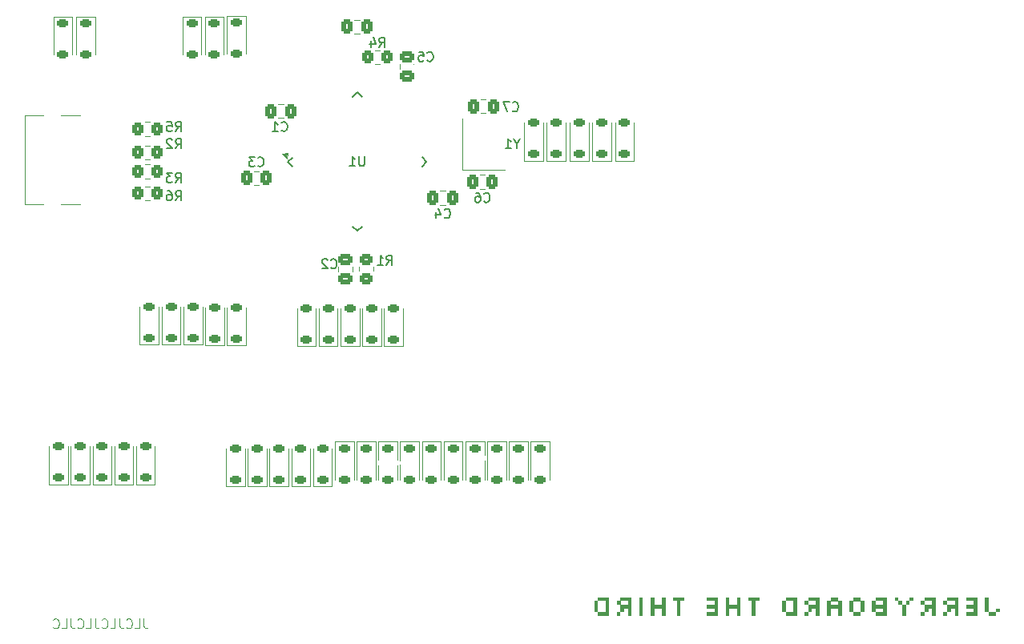
<source format=gbo>
G04 #@! TF.GenerationSoftware,KiCad,Pcbnew,8.0.9-8.0.9-0~ubuntu22.04.1*
G04 #@! TF.CreationDate,2025-05-22T00:01:40+08:00*
G04 #@! TF.ProjectId,macropad,6d616372-6f70-4616-942e-6b696361645f,rev?*
G04 #@! TF.SameCoordinates,Original*
G04 #@! TF.FileFunction,Legend,Bot*
G04 #@! TF.FilePolarity,Positive*
%FSLAX46Y46*%
G04 Gerber Fmt 4.6, Leading zero omitted, Abs format (unit mm)*
G04 Created by KiCad (PCBNEW 8.0.9-8.0.9-0~ubuntu22.04.1) date 2025-05-22 00:01:40*
%MOMM*%
%LPD*%
G01*
G04 APERTURE LIST*
G04 Aperture macros list*
%AMRoundRect*
0 Rectangle with rounded corners*
0 $1 Rounding radius*
0 $2 $3 $4 $5 $6 $7 $8 $9 X,Y pos of 4 corners*
0 Add a 4 corners polygon primitive as box body*
4,1,4,$2,$3,$4,$5,$6,$7,$8,$9,$2,$3,0*
0 Add four circle primitives for the rounded corners*
1,1,$1+$1,$2,$3*
1,1,$1+$1,$4,$5*
1,1,$1+$1,$6,$7*
1,1,$1+$1,$8,$9*
0 Add four rect primitives between the rounded corners*
20,1,$1+$1,$2,$3,$4,$5,0*
20,1,$1+$1,$4,$5,$6,$7,0*
20,1,$1+$1,$6,$7,$8,$9,0*
20,1,$1+$1,$8,$9,$2,$3,0*%
%AMRotRect*
0 Rectangle, with rotation*
0 The origin of the aperture is its center*
0 $1 length*
0 $2 width*
0 $3 Rotation angle, in degrees counterclockwise*
0 Add horizontal line*
21,1,$1,$2,0,0,$3*%
G04 Aperture macros list end*
%ADD10C,0.000000*%
%ADD11C,0.100000*%
%ADD12C,0.150000*%
%ADD13C,0.120000*%
%ADD14C,1.900000*%
%ADD15C,3.450000*%
%ADD16C,2.200000*%
%ADD17C,2.700000*%
%ADD18RoundRect,0.225000X0.375000X-0.225000X0.375000X0.225000X-0.375000X0.225000X-0.375000X-0.225000X0*%
%ADD19RoundRect,0.250000X-0.337500X-0.475000X0.337500X-0.475000X0.337500X0.475000X-0.337500X0.475000X0*%
%ADD20RoundRect,0.225000X-0.375000X0.225000X-0.375000X-0.225000X0.375000X-0.225000X0.375000X0.225000X0*%
%ADD21RoundRect,0.250000X-0.350000X-0.450000X0.350000X-0.450000X0.350000X0.450000X-0.350000X0.450000X0*%
%ADD22RoundRect,0.250000X0.350000X0.450000X-0.350000X0.450000X-0.350000X-0.450000X0.350000X-0.450000X0*%
%ADD23RoundRect,0.250000X0.337500X0.475000X-0.337500X0.475000X-0.337500X-0.475000X0.337500X-0.475000X0*%
%ADD24RoundRect,0.250000X0.475000X-0.337500X0.475000X0.337500X-0.475000X0.337500X-0.475000X-0.337500X0*%
%ADD25RoundRect,0.250000X-0.475000X0.337500X-0.475000X-0.337500X0.475000X-0.337500X0.475000X0.337500X0*%
%ADD26R,1.800000X2.100000*%
%ADD27RoundRect,0.250000X-0.450000X0.350000X-0.450000X-0.350000X0.450000X-0.350000X0.450000X0.350000X0*%
%ADD28C,0.650000*%
%ADD29R,1.450000X0.600000*%
%ADD30R,1.450000X0.300000*%
%ADD31O,1.600000X1.000000*%
%ADD32O,2.100000X1.000000*%
%ADD33RotRect,1.500000X0.550000X315.000000*%
%ADD34RotRect,1.500000X0.550000X225.000000*%
%ADD35C,0.600000*%
G04 APERTURE END LIST*
D10*
G36*
X143850000Y-120600000D02*
G01*
X143453125Y-120600000D01*
X143453125Y-120203125D01*
X143850000Y-120203125D01*
X143850000Y-120600000D01*
G37*
G36*
X145437500Y-120600000D02*
G01*
X145040625Y-120600000D01*
X145040625Y-120203125D01*
X145437500Y-120203125D01*
X145437500Y-120600000D01*
G37*
G36*
X144246875Y-120996875D02*
G01*
X143850000Y-120996875D01*
X143850000Y-120600000D01*
X144246875Y-120600000D01*
X144246875Y-120996875D01*
G37*
G36*
X145040625Y-120996875D02*
G01*
X144643750Y-120996875D01*
X144643750Y-120600000D01*
X145040625Y-120600000D01*
X145040625Y-120996875D01*
G37*
G36*
X153374999Y-121790625D02*
G01*
X152978124Y-121790625D01*
X152978124Y-120203125D01*
X153374999Y-120203125D01*
X153374999Y-121790625D01*
G37*
G36*
X154565624Y-121790625D02*
G01*
X154168749Y-121790625D01*
X154168749Y-121393750D01*
X154565624Y-121393750D01*
X154565624Y-121790625D01*
G37*
G36*
X113290628Y-122187500D02*
G01*
X112100000Y-122187500D01*
X112100000Y-121790625D01*
X111703127Y-121790625D01*
X111703127Y-120600000D01*
X112100000Y-120600000D01*
X112115877Y-120600000D01*
X112115877Y-121790625D01*
X112893751Y-121790625D01*
X112893751Y-120600000D01*
X112115877Y-120600000D01*
X112100000Y-120600000D01*
X112100000Y-120203125D01*
X113290628Y-120203125D01*
X113290628Y-121790625D01*
X113290628Y-122187500D01*
G37*
G36*
X114481253Y-122187500D02*
G01*
X114084375Y-122187500D01*
X114084375Y-121790625D01*
X114481253Y-121790625D01*
X114481253Y-122187500D01*
G37*
G36*
X115671877Y-122187500D02*
G01*
X115275000Y-122187500D01*
X115275000Y-121393750D01*
X114878126Y-121393750D01*
X114878126Y-121790625D01*
X114481253Y-121790625D01*
X114481253Y-120996875D01*
X114084375Y-120996875D01*
X114084375Y-120600000D01*
X114481253Y-120600000D01*
X114497126Y-120600000D01*
X114497126Y-120996875D01*
X115275000Y-120996875D01*
X115275000Y-120600000D01*
X114497126Y-120600000D01*
X114481253Y-120600000D01*
X114481253Y-120203125D01*
X115671877Y-120203125D01*
X115671877Y-120996875D01*
X115671877Y-122187500D01*
G37*
G36*
X116862501Y-122187500D02*
G01*
X116465628Y-122187500D01*
X116465628Y-120203125D01*
X116862501Y-120203125D01*
X116862501Y-122187500D01*
G37*
G36*
X118053125Y-120996875D02*
G01*
X118846876Y-120996875D01*
X118846876Y-120203125D01*
X119243750Y-120203125D01*
X119243750Y-122187500D01*
X118846876Y-122187500D01*
X118846876Y-121393750D01*
X118053125Y-121393750D01*
X118053125Y-122187500D01*
X117656252Y-122187500D01*
X117656252Y-120203125D01*
X118053125Y-120203125D01*
X118053125Y-120996875D01*
G37*
G36*
X121228125Y-120600000D02*
G01*
X120831251Y-120600000D01*
X120831251Y-122187500D01*
X120434378Y-122187500D01*
X120434378Y-120600000D01*
X120037500Y-120600000D01*
X120037500Y-120203125D01*
X121228125Y-120203125D01*
X121228125Y-120600000D01*
G37*
G36*
X124800001Y-122187500D02*
G01*
X123609377Y-122187500D01*
X123609377Y-121790625D01*
X124403126Y-121790625D01*
X124403126Y-121393750D01*
X123609377Y-121393750D01*
X123609377Y-120996875D01*
X124403126Y-120996875D01*
X124403126Y-120600000D01*
X123609377Y-120600000D01*
X123609377Y-120203125D01*
X124800001Y-120203125D01*
X124800001Y-122187500D01*
G37*
G36*
X125990625Y-120996875D02*
G01*
X126784376Y-120996875D01*
X126784376Y-120203125D01*
X127181252Y-120203125D01*
X127181252Y-122187500D01*
X126784376Y-122187500D01*
X126784376Y-121393750D01*
X125990625Y-121393750D01*
X125990625Y-122187500D01*
X125593750Y-122187500D01*
X125593750Y-120203125D01*
X125990625Y-120203125D01*
X125990625Y-120996875D01*
G37*
G36*
X129165627Y-120600000D02*
G01*
X128768751Y-120600000D01*
X128768751Y-122187500D01*
X128371876Y-122187500D01*
X128371876Y-120600000D01*
X127975000Y-120600000D01*
X127975000Y-120203125D01*
X129165627Y-120203125D01*
X129165627Y-120600000D01*
G37*
G36*
X133134375Y-122187500D02*
G01*
X131943750Y-122187500D01*
X131943750Y-121790625D01*
X131546875Y-121790625D01*
X131546875Y-120600000D01*
X131943750Y-120600000D01*
X131959625Y-120600000D01*
X131959625Y-121790625D01*
X132737501Y-121790625D01*
X132737501Y-120600000D01*
X131959625Y-120600000D01*
X131943750Y-120600000D01*
X131943750Y-120203125D01*
X133134375Y-120203125D01*
X133134375Y-121790625D01*
X133134375Y-122187500D01*
G37*
G36*
X134325001Y-122187500D02*
G01*
X133928125Y-122187500D01*
X133928125Y-121790625D01*
X134325001Y-121790625D01*
X134325001Y-122187500D01*
G37*
G36*
X135515625Y-122187500D02*
G01*
X135118750Y-122187500D01*
X135118750Y-121393750D01*
X134721876Y-121393750D01*
X134721876Y-121790625D01*
X134325001Y-121790625D01*
X134325001Y-120996875D01*
X133928125Y-120996875D01*
X133928125Y-120600000D01*
X134325001Y-120600000D01*
X134340876Y-120600000D01*
X134340876Y-120996875D01*
X135118750Y-120996875D01*
X135118750Y-120600000D01*
X134340876Y-120600000D01*
X134325001Y-120600000D01*
X134325001Y-120203125D01*
X135515625Y-120203125D01*
X135515625Y-120996875D01*
X135515625Y-122187500D01*
G37*
G36*
X137896875Y-122187500D02*
G01*
X137500000Y-122187500D01*
X137500000Y-121393750D01*
X136706251Y-121393750D01*
X136706251Y-122187500D01*
X136309376Y-122187500D01*
X136309376Y-120615875D01*
X136706251Y-120615875D01*
X136706251Y-120996875D01*
X137500000Y-120996875D01*
X137500000Y-120615875D01*
X136706251Y-120615875D01*
X136309376Y-120615875D01*
X136309376Y-120600000D01*
X136706251Y-120600000D01*
X136706251Y-120203125D01*
X137500000Y-120203125D01*
X137500000Y-120600000D01*
X137896875Y-120600000D01*
X137896875Y-120996875D01*
X137896875Y-122187500D01*
G37*
G36*
X140278125Y-121790625D02*
G01*
X139881250Y-121790625D01*
X139881250Y-122187500D01*
X139087501Y-122187500D01*
X139087501Y-121790625D01*
X138690626Y-121790625D01*
X138690626Y-120615875D01*
X139087501Y-120615875D01*
X139087501Y-121774750D01*
X139881250Y-121774750D01*
X139881250Y-120615875D01*
X139087501Y-120615875D01*
X138690626Y-120615875D01*
X138690626Y-120600000D01*
X139087501Y-120600000D01*
X139087501Y-120203125D01*
X139881250Y-120203125D01*
X139881250Y-120600000D01*
X140278125Y-120600000D01*
X140278125Y-121774750D01*
X140278125Y-121790625D01*
G37*
G36*
X142659375Y-121790625D02*
G01*
X142659375Y-122187500D01*
X141468750Y-122187500D01*
X141468750Y-121790625D01*
X141071875Y-121790625D01*
X141071875Y-121393750D01*
X141484626Y-121393750D01*
X141484626Y-121790625D01*
X142262500Y-121790625D01*
X142262500Y-121393750D01*
X141484626Y-121393750D01*
X141071875Y-121393750D01*
X141071875Y-120600000D01*
X141468750Y-120600000D01*
X141484626Y-120600000D01*
X141484626Y-120996875D01*
X142262500Y-120996875D01*
X142262500Y-120600000D01*
X141484626Y-120600000D01*
X141468750Y-120600000D01*
X141468750Y-120203125D01*
X142659375Y-120203125D01*
X142659375Y-120996875D01*
X142659375Y-121790625D01*
G37*
G36*
X144643750Y-122187500D02*
G01*
X144246875Y-122187500D01*
X144246875Y-120996875D01*
X144643750Y-120996875D01*
X144643750Y-122187500D01*
G37*
G36*
X146628125Y-122187500D02*
G01*
X146231250Y-122187500D01*
X146231250Y-121790625D01*
X146628125Y-121790625D01*
X146628125Y-122187500D01*
G37*
G36*
X147818750Y-122187500D02*
G01*
X147421874Y-122187500D01*
X147421874Y-121393750D01*
X147025000Y-121393750D01*
X147025000Y-121790625D01*
X146628125Y-121790625D01*
X146628125Y-120996875D01*
X146231250Y-120996875D01*
X146231250Y-120600000D01*
X146628125Y-120600000D01*
X146644000Y-120600000D01*
X146644000Y-120996875D01*
X147421874Y-120996875D01*
X147421874Y-120600000D01*
X146644000Y-120600000D01*
X146628125Y-120600000D01*
X146628125Y-120203125D01*
X147818750Y-120203125D01*
X147818750Y-120996875D01*
X147818750Y-122187500D01*
G37*
G36*
X149009375Y-122187500D02*
G01*
X148612500Y-122187500D01*
X148612500Y-121790625D01*
X149009375Y-121790625D01*
X149009375Y-122187500D01*
G37*
G36*
X150200000Y-122187500D02*
G01*
X149803124Y-122187500D01*
X149803124Y-121393750D01*
X149406249Y-121393750D01*
X149406249Y-121790625D01*
X149009375Y-121790625D01*
X149009375Y-120996875D01*
X148612500Y-120996875D01*
X148612500Y-120600000D01*
X149009375Y-120600000D01*
X149025249Y-120600000D01*
X149025249Y-120996875D01*
X149803124Y-120996875D01*
X149803124Y-120600000D01*
X149025249Y-120600000D01*
X149009375Y-120600000D01*
X149009375Y-120203125D01*
X150200000Y-120203125D01*
X150200000Y-120996875D01*
X150200000Y-122187500D01*
G37*
G36*
X152184375Y-122187500D02*
G01*
X150993750Y-122187500D01*
X150993750Y-121790625D01*
X151787499Y-121790625D01*
X151787499Y-121393750D01*
X150993750Y-121393750D01*
X150993750Y-120996875D01*
X151787499Y-120996875D01*
X151787499Y-120600000D01*
X150993750Y-120600000D01*
X150993750Y-120203125D01*
X152184375Y-120203125D01*
X152184375Y-122187500D01*
G37*
G36*
X154168749Y-122187500D02*
G01*
X153374999Y-122187500D01*
X153374999Y-121790625D01*
X154168749Y-121790625D01*
X154168749Y-122187500D01*
G37*
D11*
X64110401Y-122472419D02*
X64110401Y-123186704D01*
X64110401Y-123186704D02*
X64158020Y-123329561D01*
X64158020Y-123329561D02*
X64253258Y-123424800D01*
X64253258Y-123424800D02*
X64396115Y-123472419D01*
X64396115Y-123472419D02*
X64491353Y-123472419D01*
X63158020Y-123472419D02*
X63634210Y-123472419D01*
X63634210Y-123472419D02*
X63634210Y-122472419D01*
X62253258Y-123377180D02*
X62300877Y-123424800D01*
X62300877Y-123424800D02*
X62443734Y-123472419D01*
X62443734Y-123472419D02*
X62538972Y-123472419D01*
X62538972Y-123472419D02*
X62681829Y-123424800D01*
X62681829Y-123424800D02*
X62777067Y-123329561D01*
X62777067Y-123329561D02*
X62824686Y-123234323D01*
X62824686Y-123234323D02*
X62872305Y-123043847D01*
X62872305Y-123043847D02*
X62872305Y-122900990D01*
X62872305Y-122900990D02*
X62824686Y-122710514D01*
X62824686Y-122710514D02*
X62777067Y-122615276D01*
X62777067Y-122615276D02*
X62681829Y-122520038D01*
X62681829Y-122520038D02*
X62538972Y-122472419D01*
X62538972Y-122472419D02*
X62443734Y-122472419D01*
X62443734Y-122472419D02*
X62300877Y-122520038D01*
X62300877Y-122520038D02*
X62253258Y-122567657D01*
X61538972Y-122472419D02*
X61538972Y-123186704D01*
X61538972Y-123186704D02*
X61586591Y-123329561D01*
X61586591Y-123329561D02*
X61681829Y-123424800D01*
X61681829Y-123424800D02*
X61824686Y-123472419D01*
X61824686Y-123472419D02*
X61919924Y-123472419D01*
X60586591Y-123472419D02*
X61062781Y-123472419D01*
X61062781Y-123472419D02*
X61062781Y-122472419D01*
X59681829Y-123377180D02*
X59729448Y-123424800D01*
X59729448Y-123424800D02*
X59872305Y-123472419D01*
X59872305Y-123472419D02*
X59967543Y-123472419D01*
X59967543Y-123472419D02*
X60110400Y-123424800D01*
X60110400Y-123424800D02*
X60205638Y-123329561D01*
X60205638Y-123329561D02*
X60253257Y-123234323D01*
X60253257Y-123234323D02*
X60300876Y-123043847D01*
X60300876Y-123043847D02*
X60300876Y-122900990D01*
X60300876Y-122900990D02*
X60253257Y-122710514D01*
X60253257Y-122710514D02*
X60205638Y-122615276D01*
X60205638Y-122615276D02*
X60110400Y-122520038D01*
X60110400Y-122520038D02*
X59967543Y-122472419D01*
X59967543Y-122472419D02*
X59872305Y-122472419D01*
X59872305Y-122472419D02*
X59729448Y-122520038D01*
X59729448Y-122520038D02*
X59681829Y-122567657D01*
X58967543Y-122472419D02*
X58967543Y-123186704D01*
X58967543Y-123186704D02*
X59015162Y-123329561D01*
X59015162Y-123329561D02*
X59110400Y-123424800D01*
X59110400Y-123424800D02*
X59253257Y-123472419D01*
X59253257Y-123472419D02*
X59348495Y-123472419D01*
X58015162Y-123472419D02*
X58491352Y-123472419D01*
X58491352Y-123472419D02*
X58491352Y-122472419D01*
X57110400Y-123377180D02*
X57158019Y-123424800D01*
X57158019Y-123424800D02*
X57300876Y-123472419D01*
X57300876Y-123472419D02*
X57396114Y-123472419D01*
X57396114Y-123472419D02*
X57538971Y-123424800D01*
X57538971Y-123424800D02*
X57634209Y-123329561D01*
X57634209Y-123329561D02*
X57681828Y-123234323D01*
X57681828Y-123234323D02*
X57729447Y-123043847D01*
X57729447Y-123043847D02*
X57729447Y-122900990D01*
X57729447Y-122900990D02*
X57681828Y-122710514D01*
X57681828Y-122710514D02*
X57634209Y-122615276D01*
X57634209Y-122615276D02*
X57538971Y-122520038D01*
X57538971Y-122520038D02*
X57396114Y-122472419D01*
X57396114Y-122472419D02*
X57300876Y-122472419D01*
X57300876Y-122472419D02*
X57158019Y-122520038D01*
X57158019Y-122520038D02*
X57110400Y-122567657D01*
X56396114Y-122472419D02*
X56396114Y-123186704D01*
X56396114Y-123186704D02*
X56443733Y-123329561D01*
X56443733Y-123329561D02*
X56538971Y-123424800D01*
X56538971Y-123424800D02*
X56681828Y-123472419D01*
X56681828Y-123472419D02*
X56777066Y-123472419D01*
X55443733Y-123472419D02*
X55919923Y-123472419D01*
X55919923Y-123472419D02*
X55919923Y-122472419D01*
X54538971Y-123377180D02*
X54586590Y-123424800D01*
X54586590Y-123424800D02*
X54729447Y-123472419D01*
X54729447Y-123472419D02*
X54824685Y-123472419D01*
X54824685Y-123472419D02*
X54967542Y-123424800D01*
X54967542Y-123424800D02*
X55062780Y-123329561D01*
X55062780Y-123329561D02*
X55110399Y-123234323D01*
X55110399Y-123234323D02*
X55158018Y-123043847D01*
X55158018Y-123043847D02*
X55158018Y-122900990D01*
X55158018Y-122900990D02*
X55110399Y-122710514D01*
X55110399Y-122710514D02*
X55062780Y-122615276D01*
X55062780Y-122615276D02*
X54967542Y-122520038D01*
X54967542Y-122520038D02*
X54824685Y-122472419D01*
X54824685Y-122472419D02*
X54729447Y-122472419D01*
X54729447Y-122472419D02*
X54586590Y-122520038D01*
X54586590Y-122520038D02*
X54538971Y-122567657D01*
D12*
X103066666Y-68759580D02*
X103114285Y-68807200D01*
X103114285Y-68807200D02*
X103257142Y-68854819D01*
X103257142Y-68854819D02*
X103352380Y-68854819D01*
X103352380Y-68854819D02*
X103495237Y-68807200D01*
X103495237Y-68807200D02*
X103590475Y-68711961D01*
X103590475Y-68711961D02*
X103638094Y-68616723D01*
X103638094Y-68616723D02*
X103685713Y-68426247D01*
X103685713Y-68426247D02*
X103685713Y-68283390D01*
X103685713Y-68283390D02*
X103638094Y-68092914D01*
X103638094Y-68092914D02*
X103590475Y-67997676D01*
X103590475Y-67997676D02*
X103495237Y-67902438D01*
X103495237Y-67902438D02*
X103352380Y-67854819D01*
X103352380Y-67854819D02*
X103257142Y-67854819D01*
X103257142Y-67854819D02*
X103114285Y-67902438D01*
X103114285Y-67902438D02*
X103066666Y-67950057D01*
X102733332Y-67854819D02*
X102066666Y-67854819D01*
X102066666Y-67854819D02*
X102495237Y-68854819D01*
X67466666Y-72754819D02*
X67799999Y-72278628D01*
X68038094Y-72754819D02*
X68038094Y-71754819D01*
X68038094Y-71754819D02*
X67657142Y-71754819D01*
X67657142Y-71754819D02*
X67561904Y-71802438D01*
X67561904Y-71802438D02*
X67514285Y-71850057D01*
X67514285Y-71850057D02*
X67466666Y-71945295D01*
X67466666Y-71945295D02*
X67466666Y-72088152D01*
X67466666Y-72088152D02*
X67514285Y-72183390D01*
X67514285Y-72183390D02*
X67561904Y-72231009D01*
X67561904Y-72231009D02*
X67657142Y-72278628D01*
X67657142Y-72278628D02*
X68038094Y-72278628D01*
X67085713Y-71850057D02*
X67038094Y-71802438D01*
X67038094Y-71802438D02*
X66942856Y-71754819D01*
X66942856Y-71754819D02*
X66704761Y-71754819D01*
X66704761Y-71754819D02*
X66609523Y-71802438D01*
X66609523Y-71802438D02*
X66561904Y-71850057D01*
X66561904Y-71850057D02*
X66514285Y-71945295D01*
X66514285Y-71945295D02*
X66514285Y-72040533D01*
X66514285Y-72040533D02*
X66561904Y-72183390D01*
X66561904Y-72183390D02*
X67133332Y-72754819D01*
X67133332Y-72754819D02*
X66514285Y-72754819D01*
X67466666Y-78254819D02*
X67799999Y-77778628D01*
X68038094Y-78254819D02*
X68038094Y-77254819D01*
X68038094Y-77254819D02*
X67657142Y-77254819D01*
X67657142Y-77254819D02*
X67561904Y-77302438D01*
X67561904Y-77302438D02*
X67514285Y-77350057D01*
X67514285Y-77350057D02*
X67466666Y-77445295D01*
X67466666Y-77445295D02*
X67466666Y-77588152D01*
X67466666Y-77588152D02*
X67514285Y-77683390D01*
X67514285Y-77683390D02*
X67561904Y-77731009D01*
X67561904Y-77731009D02*
X67657142Y-77778628D01*
X67657142Y-77778628D02*
X68038094Y-77778628D01*
X66609523Y-77254819D02*
X66799999Y-77254819D01*
X66799999Y-77254819D02*
X66895237Y-77302438D01*
X66895237Y-77302438D02*
X66942856Y-77350057D01*
X66942856Y-77350057D02*
X67038094Y-77492914D01*
X67038094Y-77492914D02*
X67085713Y-77683390D01*
X67085713Y-77683390D02*
X67085713Y-78064342D01*
X67085713Y-78064342D02*
X67038094Y-78159580D01*
X67038094Y-78159580D02*
X66990475Y-78207200D01*
X66990475Y-78207200D02*
X66895237Y-78254819D01*
X66895237Y-78254819D02*
X66704761Y-78254819D01*
X66704761Y-78254819D02*
X66609523Y-78207200D01*
X66609523Y-78207200D02*
X66561904Y-78159580D01*
X66561904Y-78159580D02*
X66514285Y-78064342D01*
X66514285Y-78064342D02*
X66514285Y-77826247D01*
X66514285Y-77826247D02*
X66561904Y-77731009D01*
X66561904Y-77731009D02*
X66609523Y-77683390D01*
X66609523Y-77683390D02*
X66704761Y-77635771D01*
X66704761Y-77635771D02*
X66895237Y-77635771D01*
X66895237Y-77635771D02*
X66990475Y-77683390D01*
X66990475Y-77683390D02*
X67038094Y-77731009D01*
X67038094Y-77731009D02*
X67085713Y-77826247D01*
X76166666Y-74579580D02*
X76214285Y-74627200D01*
X76214285Y-74627200D02*
X76357142Y-74674819D01*
X76357142Y-74674819D02*
X76452380Y-74674819D01*
X76452380Y-74674819D02*
X76595237Y-74627200D01*
X76595237Y-74627200D02*
X76690475Y-74531961D01*
X76690475Y-74531961D02*
X76738094Y-74436723D01*
X76738094Y-74436723D02*
X76785713Y-74246247D01*
X76785713Y-74246247D02*
X76785713Y-74103390D01*
X76785713Y-74103390D02*
X76738094Y-73912914D01*
X76738094Y-73912914D02*
X76690475Y-73817676D01*
X76690475Y-73817676D02*
X76595237Y-73722438D01*
X76595237Y-73722438D02*
X76452380Y-73674819D01*
X76452380Y-73674819D02*
X76357142Y-73674819D01*
X76357142Y-73674819D02*
X76214285Y-73722438D01*
X76214285Y-73722438D02*
X76166666Y-73770057D01*
X75833332Y-73674819D02*
X75214285Y-73674819D01*
X75214285Y-73674819D02*
X75547618Y-74055771D01*
X75547618Y-74055771D02*
X75404761Y-74055771D01*
X75404761Y-74055771D02*
X75309523Y-74103390D01*
X75309523Y-74103390D02*
X75261904Y-74151009D01*
X75261904Y-74151009D02*
X75214285Y-74246247D01*
X75214285Y-74246247D02*
X75214285Y-74484342D01*
X75214285Y-74484342D02*
X75261904Y-74579580D01*
X75261904Y-74579580D02*
X75309523Y-74627200D01*
X75309523Y-74627200D02*
X75404761Y-74674819D01*
X75404761Y-74674819D02*
X75690475Y-74674819D01*
X75690475Y-74674819D02*
X75785713Y-74627200D01*
X75785713Y-74627200D02*
X75833332Y-74579580D01*
X95866666Y-80039580D02*
X95914285Y-80087200D01*
X95914285Y-80087200D02*
X96057142Y-80134819D01*
X96057142Y-80134819D02*
X96152380Y-80134819D01*
X96152380Y-80134819D02*
X96295237Y-80087200D01*
X96295237Y-80087200D02*
X96390475Y-79991961D01*
X96390475Y-79991961D02*
X96438094Y-79896723D01*
X96438094Y-79896723D02*
X96485713Y-79706247D01*
X96485713Y-79706247D02*
X96485713Y-79563390D01*
X96485713Y-79563390D02*
X96438094Y-79372914D01*
X96438094Y-79372914D02*
X96390475Y-79277676D01*
X96390475Y-79277676D02*
X96295237Y-79182438D01*
X96295237Y-79182438D02*
X96152380Y-79134819D01*
X96152380Y-79134819D02*
X96057142Y-79134819D01*
X96057142Y-79134819D02*
X95914285Y-79182438D01*
X95914285Y-79182438D02*
X95866666Y-79230057D01*
X95009523Y-79468152D02*
X95009523Y-80134819D01*
X95247618Y-79087200D02*
X95485713Y-79801485D01*
X95485713Y-79801485D02*
X94866666Y-79801485D01*
X94066666Y-63459580D02*
X94114285Y-63507200D01*
X94114285Y-63507200D02*
X94257142Y-63554819D01*
X94257142Y-63554819D02*
X94352380Y-63554819D01*
X94352380Y-63554819D02*
X94495237Y-63507200D01*
X94495237Y-63507200D02*
X94590475Y-63411961D01*
X94590475Y-63411961D02*
X94638094Y-63316723D01*
X94638094Y-63316723D02*
X94685713Y-63126247D01*
X94685713Y-63126247D02*
X94685713Y-62983390D01*
X94685713Y-62983390D02*
X94638094Y-62792914D01*
X94638094Y-62792914D02*
X94590475Y-62697676D01*
X94590475Y-62697676D02*
X94495237Y-62602438D01*
X94495237Y-62602438D02*
X94352380Y-62554819D01*
X94352380Y-62554819D02*
X94257142Y-62554819D01*
X94257142Y-62554819D02*
X94114285Y-62602438D01*
X94114285Y-62602438D02*
X94066666Y-62650057D01*
X93161904Y-62554819D02*
X93638094Y-62554819D01*
X93638094Y-62554819D02*
X93685713Y-63031009D01*
X93685713Y-63031009D02*
X93638094Y-62983390D01*
X93638094Y-62983390D02*
X93542856Y-62935771D01*
X93542856Y-62935771D02*
X93304761Y-62935771D01*
X93304761Y-62935771D02*
X93209523Y-62983390D01*
X93209523Y-62983390D02*
X93161904Y-63031009D01*
X93161904Y-63031009D02*
X93114285Y-63126247D01*
X93114285Y-63126247D02*
X93114285Y-63364342D01*
X93114285Y-63364342D02*
X93161904Y-63459580D01*
X93161904Y-63459580D02*
X93209523Y-63507200D01*
X93209523Y-63507200D02*
X93304761Y-63554819D01*
X93304761Y-63554819D02*
X93542856Y-63554819D01*
X93542856Y-63554819D02*
X93638094Y-63507200D01*
X93638094Y-63507200D02*
X93685713Y-63459580D01*
X67466666Y-76354819D02*
X67799999Y-75878628D01*
X68038094Y-76354819D02*
X68038094Y-75354819D01*
X68038094Y-75354819D02*
X67657142Y-75354819D01*
X67657142Y-75354819D02*
X67561904Y-75402438D01*
X67561904Y-75402438D02*
X67514285Y-75450057D01*
X67514285Y-75450057D02*
X67466666Y-75545295D01*
X67466666Y-75545295D02*
X67466666Y-75688152D01*
X67466666Y-75688152D02*
X67514285Y-75783390D01*
X67514285Y-75783390D02*
X67561904Y-75831009D01*
X67561904Y-75831009D02*
X67657142Y-75878628D01*
X67657142Y-75878628D02*
X68038094Y-75878628D01*
X67133332Y-75354819D02*
X66514285Y-75354819D01*
X66514285Y-75354819D02*
X66847618Y-75735771D01*
X66847618Y-75735771D02*
X66704761Y-75735771D01*
X66704761Y-75735771D02*
X66609523Y-75783390D01*
X66609523Y-75783390D02*
X66561904Y-75831009D01*
X66561904Y-75831009D02*
X66514285Y-75926247D01*
X66514285Y-75926247D02*
X66514285Y-76164342D01*
X66514285Y-76164342D02*
X66561904Y-76259580D01*
X66561904Y-76259580D02*
X66609523Y-76307200D01*
X66609523Y-76307200D02*
X66704761Y-76354819D01*
X66704761Y-76354819D02*
X66990475Y-76354819D01*
X66990475Y-76354819D02*
X67085713Y-76307200D01*
X67085713Y-76307200D02*
X67133332Y-76259580D01*
X78666666Y-70859580D02*
X78714285Y-70907200D01*
X78714285Y-70907200D02*
X78857142Y-70954819D01*
X78857142Y-70954819D02*
X78952380Y-70954819D01*
X78952380Y-70954819D02*
X79095237Y-70907200D01*
X79095237Y-70907200D02*
X79190475Y-70811961D01*
X79190475Y-70811961D02*
X79238094Y-70716723D01*
X79238094Y-70716723D02*
X79285713Y-70526247D01*
X79285713Y-70526247D02*
X79285713Y-70383390D01*
X79285713Y-70383390D02*
X79238094Y-70192914D01*
X79238094Y-70192914D02*
X79190475Y-70097676D01*
X79190475Y-70097676D02*
X79095237Y-70002438D01*
X79095237Y-70002438D02*
X78952380Y-69954819D01*
X78952380Y-69954819D02*
X78857142Y-69954819D01*
X78857142Y-69954819D02*
X78714285Y-70002438D01*
X78714285Y-70002438D02*
X78666666Y-70050057D01*
X77714285Y-70954819D02*
X78285713Y-70954819D01*
X77999999Y-70954819D02*
X77999999Y-69954819D01*
X77999999Y-69954819D02*
X78095237Y-70097676D01*
X78095237Y-70097676D02*
X78190475Y-70192914D01*
X78190475Y-70192914D02*
X78285713Y-70240533D01*
X83886666Y-85359580D02*
X83934285Y-85407200D01*
X83934285Y-85407200D02*
X84077142Y-85454819D01*
X84077142Y-85454819D02*
X84172380Y-85454819D01*
X84172380Y-85454819D02*
X84315237Y-85407200D01*
X84315237Y-85407200D02*
X84410475Y-85311961D01*
X84410475Y-85311961D02*
X84458094Y-85216723D01*
X84458094Y-85216723D02*
X84505713Y-85026247D01*
X84505713Y-85026247D02*
X84505713Y-84883390D01*
X84505713Y-84883390D02*
X84458094Y-84692914D01*
X84458094Y-84692914D02*
X84410475Y-84597676D01*
X84410475Y-84597676D02*
X84315237Y-84502438D01*
X84315237Y-84502438D02*
X84172380Y-84454819D01*
X84172380Y-84454819D02*
X84077142Y-84454819D01*
X84077142Y-84454819D02*
X83934285Y-84502438D01*
X83934285Y-84502438D02*
X83886666Y-84550057D01*
X83505713Y-84550057D02*
X83458094Y-84502438D01*
X83458094Y-84502438D02*
X83362856Y-84454819D01*
X83362856Y-84454819D02*
X83124761Y-84454819D01*
X83124761Y-84454819D02*
X83029523Y-84502438D01*
X83029523Y-84502438D02*
X82981904Y-84550057D01*
X82981904Y-84550057D02*
X82934285Y-84645295D01*
X82934285Y-84645295D02*
X82934285Y-84740533D01*
X82934285Y-84740533D02*
X82981904Y-84883390D01*
X82981904Y-84883390D02*
X83553332Y-85454819D01*
X83553332Y-85454819D02*
X82934285Y-85454819D01*
X103526190Y-72278628D02*
X103526190Y-72754819D01*
X103859523Y-71754819D02*
X103526190Y-72278628D01*
X103526190Y-72278628D02*
X103192857Y-71754819D01*
X102335714Y-72754819D02*
X102907142Y-72754819D01*
X102621428Y-72754819D02*
X102621428Y-71754819D01*
X102621428Y-71754819D02*
X102716666Y-71897676D01*
X102716666Y-71897676D02*
X102811904Y-71992914D01*
X102811904Y-71992914D02*
X102907142Y-72040533D01*
X67466666Y-70954819D02*
X67799999Y-70478628D01*
X68038094Y-70954819D02*
X68038094Y-69954819D01*
X68038094Y-69954819D02*
X67657142Y-69954819D01*
X67657142Y-69954819D02*
X67561904Y-70002438D01*
X67561904Y-70002438D02*
X67514285Y-70050057D01*
X67514285Y-70050057D02*
X67466666Y-70145295D01*
X67466666Y-70145295D02*
X67466666Y-70288152D01*
X67466666Y-70288152D02*
X67514285Y-70383390D01*
X67514285Y-70383390D02*
X67561904Y-70431009D01*
X67561904Y-70431009D02*
X67657142Y-70478628D01*
X67657142Y-70478628D02*
X68038094Y-70478628D01*
X66561904Y-69954819D02*
X67038094Y-69954819D01*
X67038094Y-69954819D02*
X67085713Y-70431009D01*
X67085713Y-70431009D02*
X67038094Y-70383390D01*
X67038094Y-70383390D02*
X66942856Y-70335771D01*
X66942856Y-70335771D02*
X66704761Y-70335771D01*
X66704761Y-70335771D02*
X66609523Y-70383390D01*
X66609523Y-70383390D02*
X66561904Y-70431009D01*
X66561904Y-70431009D02*
X66514285Y-70526247D01*
X66514285Y-70526247D02*
X66514285Y-70764342D01*
X66514285Y-70764342D02*
X66561904Y-70859580D01*
X66561904Y-70859580D02*
X66609523Y-70907200D01*
X66609523Y-70907200D02*
X66704761Y-70954819D01*
X66704761Y-70954819D02*
X66942856Y-70954819D01*
X66942856Y-70954819D02*
X67038094Y-70907200D01*
X67038094Y-70907200D02*
X67085713Y-70859580D01*
X89766666Y-85054819D02*
X90099999Y-84578628D01*
X90338094Y-85054819D02*
X90338094Y-84054819D01*
X90338094Y-84054819D02*
X89957142Y-84054819D01*
X89957142Y-84054819D02*
X89861904Y-84102438D01*
X89861904Y-84102438D02*
X89814285Y-84150057D01*
X89814285Y-84150057D02*
X89766666Y-84245295D01*
X89766666Y-84245295D02*
X89766666Y-84388152D01*
X89766666Y-84388152D02*
X89814285Y-84483390D01*
X89814285Y-84483390D02*
X89861904Y-84531009D01*
X89861904Y-84531009D02*
X89957142Y-84578628D01*
X89957142Y-84578628D02*
X90338094Y-84578628D01*
X88814285Y-85054819D02*
X89385713Y-85054819D01*
X89099999Y-85054819D02*
X89099999Y-84054819D01*
X89099999Y-84054819D02*
X89195237Y-84197676D01*
X89195237Y-84197676D02*
X89290475Y-84292914D01*
X89290475Y-84292914D02*
X89385713Y-84340533D01*
X87431395Y-73624310D02*
X87431395Y-74433833D01*
X87431395Y-74433833D02*
X87383776Y-74529071D01*
X87383776Y-74529071D02*
X87336157Y-74576691D01*
X87336157Y-74576691D02*
X87240919Y-74624310D01*
X87240919Y-74624310D02*
X87050443Y-74624310D01*
X87050443Y-74624310D02*
X86955205Y-74576691D01*
X86955205Y-74576691D02*
X86907586Y-74529071D01*
X86907586Y-74529071D02*
X86859967Y-74433833D01*
X86859967Y-74433833D02*
X86859967Y-73624310D01*
X85859967Y-74624310D02*
X86431395Y-74624310D01*
X86145681Y-74624310D02*
X86145681Y-73624310D01*
X86145681Y-73624310D02*
X86240919Y-73767167D01*
X86240919Y-73767167D02*
X86336157Y-73862405D01*
X86336157Y-73862405D02*
X86431395Y-73910024D01*
X88966666Y-62054819D02*
X89299999Y-61578628D01*
X89538094Y-62054819D02*
X89538094Y-61054819D01*
X89538094Y-61054819D02*
X89157142Y-61054819D01*
X89157142Y-61054819D02*
X89061904Y-61102438D01*
X89061904Y-61102438D02*
X89014285Y-61150057D01*
X89014285Y-61150057D02*
X88966666Y-61245295D01*
X88966666Y-61245295D02*
X88966666Y-61388152D01*
X88966666Y-61388152D02*
X89014285Y-61483390D01*
X89014285Y-61483390D02*
X89061904Y-61531009D01*
X89061904Y-61531009D02*
X89157142Y-61578628D01*
X89157142Y-61578628D02*
X89538094Y-61578628D01*
X88109523Y-61388152D02*
X88109523Y-62054819D01*
X88347618Y-61007200D02*
X88585713Y-61721485D01*
X88585713Y-61721485D02*
X87966666Y-61721485D01*
X100066666Y-78359580D02*
X100114285Y-78407200D01*
X100114285Y-78407200D02*
X100257142Y-78454819D01*
X100257142Y-78454819D02*
X100352380Y-78454819D01*
X100352380Y-78454819D02*
X100495237Y-78407200D01*
X100495237Y-78407200D02*
X100590475Y-78311961D01*
X100590475Y-78311961D02*
X100638094Y-78216723D01*
X100638094Y-78216723D02*
X100685713Y-78026247D01*
X100685713Y-78026247D02*
X100685713Y-77883390D01*
X100685713Y-77883390D02*
X100638094Y-77692914D01*
X100638094Y-77692914D02*
X100590475Y-77597676D01*
X100590475Y-77597676D02*
X100495237Y-77502438D01*
X100495237Y-77502438D02*
X100352380Y-77454819D01*
X100352380Y-77454819D02*
X100257142Y-77454819D01*
X100257142Y-77454819D02*
X100114285Y-77502438D01*
X100114285Y-77502438D02*
X100066666Y-77550057D01*
X99209523Y-77454819D02*
X99399999Y-77454819D01*
X99399999Y-77454819D02*
X99495237Y-77502438D01*
X99495237Y-77502438D02*
X99542856Y-77550057D01*
X99542856Y-77550057D02*
X99638094Y-77692914D01*
X99638094Y-77692914D02*
X99685713Y-77883390D01*
X99685713Y-77883390D02*
X99685713Y-78264342D01*
X99685713Y-78264342D02*
X99638094Y-78359580D01*
X99638094Y-78359580D02*
X99590475Y-78407200D01*
X99590475Y-78407200D02*
X99495237Y-78454819D01*
X99495237Y-78454819D02*
X99304761Y-78454819D01*
X99304761Y-78454819D02*
X99209523Y-78407200D01*
X99209523Y-78407200D02*
X99161904Y-78359580D01*
X99161904Y-78359580D02*
X99114285Y-78264342D01*
X99114285Y-78264342D02*
X99114285Y-78026247D01*
X99114285Y-78026247D02*
X99161904Y-77931009D01*
X99161904Y-77931009D02*
X99209523Y-77883390D01*
X99209523Y-77883390D02*
X99304761Y-77835771D01*
X99304761Y-77835771D02*
X99495237Y-77835771D01*
X99495237Y-77835771D02*
X99590475Y-77883390D01*
X99590475Y-77883390D02*
X99638094Y-77931009D01*
X99638094Y-77931009D02*
X99685713Y-78026247D01*
D13*
X82600000Y-89650000D02*
X82600000Y-93660000D01*
X82600000Y-93660000D02*
X84600000Y-93660000D01*
X84600000Y-89650000D02*
X84600000Y-93660000D01*
X68300000Y-89500000D02*
X68300000Y-93510000D01*
X68300000Y-93510000D02*
X70300000Y-93510000D01*
X70300000Y-89500000D02*
X70300000Y-93510000D01*
X77400000Y-104450000D02*
X77400000Y-108460000D01*
X77400000Y-108460000D02*
X79400000Y-108460000D01*
X79400000Y-104450000D02*
X79400000Y-108460000D01*
X111500000Y-70050000D02*
X111500000Y-74060000D01*
X111500000Y-74060000D02*
X113500000Y-74060000D01*
X113500000Y-70050000D02*
X113500000Y-74060000D01*
X72800000Y-104450000D02*
X72800000Y-108460000D01*
X72800000Y-108460000D02*
X74800000Y-108460000D01*
X74800000Y-104450000D02*
X74800000Y-108460000D01*
X100261252Y-67565000D02*
X99738748Y-67565000D01*
X100261252Y-69035000D02*
X99738748Y-69035000D01*
X70555556Y-62850000D02*
X70555556Y-58840000D01*
X72555556Y-58840000D02*
X70555556Y-58840000D01*
X72555556Y-62850000D02*
X72555556Y-58840000D01*
X64727064Y-72465000D02*
X64272936Y-72465000D01*
X64727064Y-73935000D02*
X64272936Y-73935000D01*
X89500000Y-89650000D02*
X89500000Y-93660000D01*
X89500000Y-93660000D02*
X91500000Y-93660000D01*
X91500000Y-89650000D02*
X91500000Y-93660000D01*
X86600000Y-107750000D02*
X86600000Y-103740000D01*
X88600000Y-103740000D02*
X86600000Y-103740000D01*
X88600000Y-107750000D02*
X88600000Y-103740000D01*
X100400000Y-107750000D02*
X100400000Y-103740000D01*
X102400000Y-103740000D02*
X100400000Y-103740000D01*
X102400000Y-107750000D02*
X102400000Y-103740000D01*
X80300000Y-89650000D02*
X80300000Y-93660000D01*
X80300000Y-93660000D02*
X82300000Y-93660000D01*
X82300000Y-89650000D02*
X82300000Y-93660000D01*
X66000000Y-89500000D02*
X66000000Y-93510000D01*
X66000000Y-93510000D02*
X68000000Y-93510000D01*
X68000000Y-89500000D02*
X68000000Y-93510000D01*
X98100000Y-107750000D02*
X98100000Y-103740000D01*
X100100000Y-103740000D02*
X98100000Y-103740000D01*
X100100000Y-107750000D02*
X100100000Y-103740000D01*
X64272936Y-76765000D02*
X64727064Y-76765000D01*
X64272936Y-78235000D02*
X64727064Y-78235000D01*
X86898752Y-59165000D02*
X86376248Y-59165000D01*
X86898752Y-60635000D02*
X86376248Y-60635000D01*
X72900000Y-89550000D02*
X72900000Y-93560000D01*
X72900000Y-93560000D02*
X74900000Y-93560000D01*
X74900000Y-89550000D02*
X74900000Y-93560000D01*
X75738748Y-75165000D02*
X76261252Y-75165000D01*
X75738748Y-76635000D02*
X76261252Y-76635000D01*
X95961252Y-77265000D02*
X95438748Y-77265000D01*
X95961252Y-78735000D02*
X95438748Y-78735000D01*
X95800000Y-107750000D02*
X95800000Y-103740000D01*
X97800000Y-103740000D02*
X95800000Y-103740000D01*
X97800000Y-107750000D02*
X97800000Y-103740000D01*
X75100000Y-104450000D02*
X75100000Y-108460000D01*
X75100000Y-108460000D02*
X77100000Y-108460000D01*
X77100000Y-104450000D02*
X77100000Y-108460000D01*
X113900000Y-70050000D02*
X113900000Y-74060000D01*
X113900000Y-74060000D02*
X115900000Y-74060000D01*
X115900000Y-70050000D02*
X115900000Y-74060000D01*
X54555556Y-62850000D02*
X54555556Y-58840000D01*
X56555556Y-58840000D02*
X54555556Y-58840000D01*
X56555556Y-62850000D02*
X56555556Y-58840000D01*
X91165000Y-63838748D02*
X91165000Y-64361252D01*
X92635000Y-63838748D02*
X92635000Y-64361252D01*
X63666667Y-89500000D02*
X63666667Y-93510000D01*
X63666667Y-93510000D02*
X65666667Y-93510000D01*
X65666667Y-89500000D02*
X65666667Y-93510000D01*
X63300000Y-104250000D02*
X63300000Y-108260000D01*
X63300000Y-108260000D02*
X65300000Y-108260000D01*
X65300000Y-104250000D02*
X65300000Y-108260000D01*
X64272936Y-74465000D02*
X64727064Y-74465000D01*
X64272936Y-75935000D02*
X64727064Y-75935000D01*
X54100000Y-104250000D02*
X54100000Y-108260000D01*
X54100000Y-108260000D02*
X56100000Y-108260000D01*
X56100000Y-104250000D02*
X56100000Y-108260000D01*
X93500000Y-107750000D02*
X93500000Y-103740000D01*
X95500000Y-103740000D02*
X93500000Y-103740000D01*
X95500000Y-107750000D02*
X95500000Y-103740000D01*
X78338748Y-68065000D02*
X78861252Y-68065000D01*
X78338748Y-69535000D02*
X78861252Y-69535000D01*
X84900000Y-89650000D02*
X84900000Y-93660000D01*
X84900000Y-93660000D02*
X86900000Y-93660000D01*
X86900000Y-89650000D02*
X86900000Y-93660000D01*
X104300000Y-70050000D02*
X104300000Y-74060000D01*
X104300000Y-74060000D02*
X106300000Y-74060000D01*
X106300000Y-70050000D02*
X106300000Y-74060000D01*
X84665000Y-85761252D02*
X84665000Y-85238748D01*
X86135000Y-85761252D02*
X86135000Y-85238748D01*
X84300000Y-107750000D02*
X84300000Y-103740000D01*
X86300000Y-103740000D02*
X84300000Y-103740000D01*
X86300000Y-107750000D02*
X86300000Y-103740000D01*
X97750000Y-69600000D02*
X97750000Y-75000000D01*
X97750000Y-75000000D02*
X102250000Y-75000000D01*
X68200000Y-62850000D02*
X68200000Y-58840000D01*
X70200000Y-58840000D02*
X68200000Y-58840000D01*
X70200000Y-62850000D02*
X70200000Y-58840000D01*
X58700000Y-104250000D02*
X58700000Y-108260000D01*
X58700000Y-108260000D02*
X60700000Y-108260000D01*
X60700000Y-104250000D02*
X60700000Y-108260000D01*
X57000000Y-62850000D02*
X57000000Y-58840000D01*
X59000000Y-58840000D02*
X57000000Y-58840000D01*
X59000000Y-62850000D02*
X59000000Y-58840000D01*
X61000000Y-104250000D02*
X61000000Y-108260000D01*
X61000000Y-108260000D02*
X63000000Y-108260000D01*
X63000000Y-104250000D02*
X63000000Y-108260000D01*
X82000000Y-104450000D02*
X82000000Y-108460000D01*
X82000000Y-108460000D02*
X84000000Y-108460000D01*
X84000000Y-104450000D02*
X84000000Y-108460000D01*
X79700000Y-104450000D02*
X79700000Y-108460000D01*
X79700000Y-108460000D02*
X81700000Y-108460000D01*
X81700000Y-104450000D02*
X81700000Y-108460000D01*
X70600000Y-89550000D02*
X70600000Y-93560000D01*
X70600000Y-93560000D02*
X72600000Y-93560000D01*
X72600000Y-89550000D02*
X72600000Y-93560000D01*
X72900000Y-62750000D02*
X72900000Y-58740000D01*
X74900000Y-58740000D02*
X72900000Y-58740000D01*
X74900000Y-62750000D02*
X74900000Y-58740000D01*
X91200000Y-107750000D02*
X91200000Y-103740000D01*
X93200000Y-103740000D02*
X91200000Y-103740000D01*
X93200000Y-107750000D02*
X93200000Y-103740000D01*
X88900000Y-107750000D02*
X88900000Y-103740000D01*
X90900000Y-103740000D02*
X88900000Y-103740000D01*
X90900000Y-107750000D02*
X90900000Y-103740000D01*
X105000000Y-107750000D02*
X105000000Y-103740000D01*
X107000000Y-103740000D02*
X105000000Y-103740000D01*
X107000000Y-107750000D02*
X107000000Y-103740000D01*
X64272936Y-69965000D02*
X64727064Y-69965000D01*
X64272936Y-71435000D02*
X64727064Y-71435000D01*
X86865000Y-85727064D02*
X86865000Y-85272936D01*
X88335000Y-85727064D02*
X88335000Y-85272936D01*
X87200000Y-89650000D02*
X87200000Y-93660000D01*
X87200000Y-93660000D02*
X89200000Y-93660000D01*
X89200000Y-89650000D02*
X89200000Y-93660000D01*
X106700000Y-70050000D02*
X106700000Y-74060000D01*
X106700000Y-74060000D02*
X108700000Y-74060000D01*
X108700000Y-70050000D02*
X108700000Y-74060000D01*
X109111108Y-70050000D02*
X109111108Y-74060000D01*
X109111108Y-74060000D02*
X111111108Y-74060000D01*
X111111108Y-70050000D02*
X111111108Y-74060000D01*
X51555000Y-69250000D02*
X51555000Y-78650000D01*
X51555000Y-69250000D02*
X53455000Y-69250000D01*
X51555000Y-78650000D02*
X53455000Y-78650000D01*
X55355000Y-69250000D02*
X57355000Y-69250000D01*
X55355000Y-78650000D02*
X57355000Y-78650000D01*
D12*
X79785806Y-73734620D02*
X79350936Y-74169491D01*
X79828233Y-74646788D02*
X79350936Y-74169491D01*
X86192194Y-67328233D02*
X86669491Y-66850936D01*
X86192194Y-81010749D02*
X86669491Y-81488046D01*
X87146788Y-67328233D02*
X86669491Y-66850936D01*
X87146788Y-81010749D02*
X86669491Y-81488046D01*
X93510749Y-73692194D02*
X93988046Y-74169491D01*
X93510749Y-74646788D02*
X93988046Y-74169491D01*
D13*
X79223657Y-73808867D02*
X78742824Y-73328034D01*
X79315580Y-73236110D01*
X79223657Y-73808867D01*
G36*
X79223657Y-73808867D02*
G01*
X78742824Y-73328034D01*
X79315580Y-73236110D01*
X79223657Y-73808867D01*
G37*
X88572936Y-62365000D02*
X89027064Y-62365000D01*
X88572936Y-63835000D02*
X89027064Y-63835000D01*
X56400000Y-104250000D02*
X56400000Y-108260000D01*
X56400000Y-108260000D02*
X58400000Y-108260000D01*
X58400000Y-104250000D02*
X58400000Y-108260000D01*
X99638748Y-75565000D02*
X100161252Y-75565000D01*
X99638748Y-77035000D02*
X100161252Y-77035000D01*
X102700000Y-107750000D02*
X102700000Y-103740000D01*
X104700000Y-103740000D02*
X102700000Y-103740000D01*
X104700000Y-107750000D02*
X104700000Y-103740000D01*
%LPC*%
D14*
X157500000Y-116700000D03*
D15*
X163000000Y-116700000D03*
D14*
X168500000Y-116700000D03*
D16*
X163000000Y-110800000D03*
X168000000Y-112900000D03*
D14*
X208500000Y-99700000D03*
D15*
X214000000Y-99700000D03*
D14*
X219500000Y-99700000D03*
D16*
X214000000Y-93800000D03*
X219000000Y-95900000D03*
D14*
X191500000Y-99700000D03*
D15*
X197000000Y-99700000D03*
D14*
X202500000Y-99700000D03*
D16*
X197000000Y-93800000D03*
X202000000Y-95900000D03*
D14*
X89500000Y-65700000D03*
D15*
X95000000Y-65700000D03*
D14*
X100500000Y-65700000D03*
D16*
X95000000Y-59800000D03*
X100000000Y-61900000D03*
D14*
X123500000Y-65700000D03*
D15*
X129000000Y-65700000D03*
D14*
X134500000Y-65700000D03*
D16*
X129000000Y-59800000D03*
X134000000Y-61900000D03*
D14*
X72500000Y-99700000D03*
D15*
X78000000Y-99700000D03*
D14*
X83500000Y-99700000D03*
D16*
X78000000Y-93800000D03*
X83000000Y-95900000D03*
D14*
X157500000Y-65700000D03*
D15*
X163000000Y-65700000D03*
D14*
X168500000Y-65700000D03*
D16*
X163000000Y-59800000D03*
X168000000Y-61900000D03*
D14*
X140500000Y-116700000D03*
D15*
X146000000Y-116700000D03*
D14*
X151500000Y-116700000D03*
D16*
X146000000Y-110800000D03*
X151000000Y-112900000D03*
D14*
X72500000Y-65700000D03*
D15*
X78000000Y-65700000D03*
D14*
X83500000Y-65700000D03*
D16*
X78000000Y-59800000D03*
X83000000Y-61900000D03*
D17*
X205500000Y-108200000D03*
D14*
X191500000Y-116700000D03*
D15*
X197000000Y-116700000D03*
D14*
X202500000Y-116700000D03*
D16*
X197000000Y-110800000D03*
X202000000Y-112900000D03*
D14*
X123500000Y-99700000D03*
D15*
X129000000Y-99700000D03*
D14*
X134500000Y-99700000D03*
D16*
X129000000Y-93800000D03*
X134000000Y-95900000D03*
D17*
X69500000Y-108200000D03*
D14*
X157500000Y-82700000D03*
D15*
X163000000Y-82700000D03*
D14*
X168500000Y-82700000D03*
D16*
X163000000Y-76800000D03*
X168000000Y-78900000D03*
D14*
X106500000Y-65700000D03*
D15*
X112000000Y-65700000D03*
D14*
X117500000Y-65700000D03*
D16*
X112000000Y-59800000D03*
X117000000Y-61900000D03*
D17*
X69500000Y-74200000D03*
D14*
X174500000Y-116700000D03*
D15*
X180000000Y-116700000D03*
D14*
X185500000Y-116700000D03*
D16*
X180000000Y-110800000D03*
X185000000Y-112900000D03*
D14*
X123500000Y-116700000D03*
D15*
X129000000Y-116700000D03*
D14*
X134500000Y-116700000D03*
D16*
X129000000Y-110800000D03*
X134000000Y-112900000D03*
D14*
X174500000Y-65700000D03*
D15*
X180000000Y-65700000D03*
D14*
X185500000Y-65700000D03*
D16*
X180000000Y-59800000D03*
X185000000Y-61900000D03*
D14*
X208500000Y-116700000D03*
D15*
X214000000Y-116700000D03*
D14*
X219500000Y-116700000D03*
D16*
X214000000Y-110800000D03*
X219000000Y-112900000D03*
D14*
X55500000Y-65700000D03*
D15*
X61000000Y-65700000D03*
D14*
X66500000Y-65700000D03*
D16*
X61000000Y-59800000D03*
X66000000Y-61900000D03*
D14*
X89500000Y-99700000D03*
D15*
X95000000Y-99700000D03*
D14*
X100500000Y-99700000D03*
D16*
X95000000Y-93800000D03*
X100000000Y-95900000D03*
D14*
X140500000Y-82700000D03*
D15*
X146000000Y-82700000D03*
D14*
X151500000Y-82700000D03*
D16*
X146000000Y-76800000D03*
X151000000Y-78900000D03*
D14*
X83500000Y-82700000D03*
D15*
X78000000Y-82700000D03*
D14*
X72500000Y-82700000D03*
D16*
X78000000Y-88600000D03*
X73000000Y-86500000D03*
D14*
X100500000Y-82700000D03*
D15*
X95000000Y-82700000D03*
D14*
X89500000Y-82700000D03*
D16*
X95000000Y-88600000D03*
X90000000Y-86500000D03*
D14*
X55500000Y-99700000D03*
D15*
X61000000Y-99700000D03*
D14*
X66500000Y-99700000D03*
D16*
X61000000Y-93800000D03*
X66000000Y-95900000D03*
D14*
X106500000Y-116700000D03*
D15*
X112000000Y-116700000D03*
D14*
X117500000Y-116700000D03*
D16*
X112000000Y-110800000D03*
X117000000Y-112900000D03*
D14*
X66500000Y-82700000D03*
D15*
X61000000Y-82700000D03*
D14*
X55500000Y-82700000D03*
D16*
X61000000Y-88600000D03*
X56000000Y-86500000D03*
D17*
X205500000Y-74200000D03*
D14*
X72500000Y-116700000D03*
D15*
X78000000Y-116700000D03*
D14*
X83500000Y-116700000D03*
D16*
X78000000Y-110800000D03*
X83000000Y-112900000D03*
D14*
X191500000Y-65700000D03*
D15*
X197000000Y-65700000D03*
D14*
X202500000Y-65700000D03*
D16*
X197000000Y-59800000D03*
X202000000Y-61900000D03*
D14*
X106500000Y-82700000D03*
D15*
X112000000Y-82700000D03*
D14*
X117500000Y-82700000D03*
D16*
X112000000Y-76800000D03*
X117000000Y-78900000D03*
D14*
X174500000Y-82700000D03*
D15*
X180000000Y-82700000D03*
D14*
X185500000Y-82700000D03*
D16*
X180000000Y-76800000D03*
X185000000Y-78900000D03*
D14*
X123500000Y-82700000D03*
D15*
X129000000Y-82700000D03*
D14*
X134500000Y-82700000D03*
D16*
X129000000Y-76800000D03*
X134000000Y-78900000D03*
D14*
X208500000Y-65700000D03*
D15*
X214000000Y-65700000D03*
D14*
X219500000Y-65700000D03*
D16*
X214000000Y-59800000D03*
X219000000Y-61900000D03*
D14*
X208500000Y-82700000D03*
D15*
X214000000Y-82700000D03*
D14*
X219500000Y-82700000D03*
D16*
X214000000Y-76800000D03*
X219000000Y-78900000D03*
D14*
X157500000Y-99700000D03*
D15*
X163000000Y-99700000D03*
D14*
X168500000Y-99700000D03*
D16*
X163000000Y-93800000D03*
X168000000Y-95900000D03*
D17*
X137500000Y-91200000D03*
D14*
X89500000Y-116700000D03*
D15*
X95000000Y-116700000D03*
D14*
X100500000Y-116700000D03*
D16*
X95000000Y-110800000D03*
X100000000Y-112900000D03*
D14*
X140500000Y-99700000D03*
D15*
X146000000Y-99700000D03*
D14*
X151500000Y-99700000D03*
D16*
X146000000Y-93800000D03*
X151000000Y-95900000D03*
D14*
X106500000Y-99700000D03*
D15*
X112000000Y-99700000D03*
D14*
X117500000Y-99700000D03*
D16*
X112000000Y-93800000D03*
X117000000Y-95900000D03*
D14*
X174500000Y-99700000D03*
D15*
X180000000Y-99700000D03*
D14*
X185500000Y-99700000D03*
D16*
X180000000Y-93800000D03*
X185000000Y-95900000D03*
D14*
X55500000Y-116700000D03*
D15*
X61000000Y-116700000D03*
D14*
X66500000Y-116700000D03*
D16*
X61000000Y-110800000D03*
X66000000Y-112900000D03*
D14*
X140500000Y-65700000D03*
D15*
X146000000Y-65700000D03*
D14*
X151500000Y-65700000D03*
D16*
X146000000Y-59800000D03*
X151000000Y-61900000D03*
D14*
X191500000Y-82700000D03*
D15*
X197000000Y-82700000D03*
D14*
X202500000Y-82700000D03*
D16*
X197000000Y-76800000D03*
X202000000Y-78900000D03*
D18*
X83600000Y-92950000D03*
X83600000Y-89650000D03*
X69300000Y-92800000D03*
X69300000Y-89500000D03*
X78400000Y-107750000D03*
X78400000Y-104450000D03*
X112500000Y-73350000D03*
X112500000Y-70050000D03*
X73800000Y-107750000D03*
X73800000Y-104450000D03*
D19*
X98962500Y-68300000D03*
X101037500Y-68300000D03*
D20*
X71555556Y-59550000D03*
X71555556Y-62850000D03*
D21*
X63500000Y-73200000D03*
X65500000Y-73200000D03*
D18*
X90500000Y-92950000D03*
X90500000Y-89650000D03*
D20*
X87600000Y-104450000D03*
X87600000Y-107750000D03*
X101400000Y-104450000D03*
X101400000Y-107750000D03*
D18*
X81300000Y-92950000D03*
X81300000Y-89650000D03*
X67000000Y-92800000D03*
X67000000Y-89500000D03*
D20*
X99100000Y-104450000D03*
X99100000Y-107750000D03*
D22*
X65500000Y-77500000D03*
X63500000Y-77500000D03*
D19*
X85600000Y-59900000D03*
X87675000Y-59900000D03*
D18*
X73900000Y-92850000D03*
X73900000Y-89550000D03*
D23*
X77037500Y-75900000D03*
X74962500Y-75900000D03*
D19*
X94662500Y-78000000D03*
X96737500Y-78000000D03*
D20*
X96800000Y-104450000D03*
X96800000Y-107750000D03*
D18*
X76100000Y-107750000D03*
X76100000Y-104450000D03*
X114900000Y-73350000D03*
X114900000Y-70050000D03*
D20*
X55555556Y-59550000D03*
X55555556Y-62850000D03*
D24*
X91900000Y-65137500D03*
X91900000Y-63062500D03*
D18*
X64666667Y-92800000D03*
X64666667Y-89500000D03*
X64300000Y-107550000D03*
X64300000Y-104250000D03*
D22*
X65500000Y-75200000D03*
X63500000Y-75200000D03*
D18*
X55100000Y-107550000D03*
X55100000Y-104250000D03*
D20*
X94500000Y-104450000D03*
X94500000Y-107750000D03*
D23*
X79637500Y-68800000D03*
X77562500Y-68800000D03*
D18*
X85900000Y-92950000D03*
X85900000Y-89650000D03*
X105300000Y-73350000D03*
X105300000Y-70050000D03*
D25*
X85400000Y-84462500D03*
X85400000Y-86537500D03*
D20*
X85300000Y-104450000D03*
X85300000Y-107750000D03*
D26*
X98850000Y-73750000D03*
X98850000Y-70850000D03*
X101150000Y-70850000D03*
X101150000Y-73750000D03*
D20*
X69200000Y-59550000D03*
X69200000Y-62850000D03*
D18*
X59700000Y-107550000D03*
X59700000Y-104250000D03*
D20*
X58000000Y-59550000D03*
X58000000Y-62850000D03*
D18*
X62000000Y-107550000D03*
X62000000Y-104250000D03*
X83000000Y-107750000D03*
X83000000Y-104450000D03*
X80700000Y-107750000D03*
X80700000Y-104450000D03*
X71600000Y-92850000D03*
X71600000Y-89550000D03*
D20*
X73900000Y-59450000D03*
X73900000Y-62750000D03*
X92200000Y-104450000D03*
X92200000Y-107750000D03*
X89900000Y-104450000D03*
X89900000Y-107750000D03*
X106000000Y-104450000D03*
X106000000Y-107750000D03*
D22*
X65500000Y-70700000D03*
X63500000Y-70700000D03*
D27*
X87600000Y-84500000D03*
X87600000Y-86500000D03*
D18*
X88200000Y-92950000D03*
X88200000Y-89650000D03*
X107700000Y-73350000D03*
X107700000Y-70050000D03*
X110111108Y-73350000D03*
X110111108Y-70050000D03*
D28*
X58055000Y-76840000D03*
X58055000Y-71060000D03*
D29*
X59500000Y-77200000D03*
X59500000Y-76400000D03*
D30*
X59500000Y-75200000D03*
X59500000Y-74200000D03*
X59500000Y-73700000D03*
X59500000Y-72700000D03*
D29*
X59500000Y-71500000D03*
X59500000Y-70700000D03*
X59500000Y-70700000D03*
X59500000Y-71500000D03*
D30*
X59500000Y-72200000D03*
X59500000Y-73200000D03*
X59500000Y-74700000D03*
X59500000Y-75700000D03*
D29*
X59500000Y-76400000D03*
X59500000Y-77200000D03*
D31*
X54405000Y-78270000D03*
D32*
X58585000Y-78270000D03*
D31*
X54405000Y-69630000D03*
D32*
X58585000Y-69630000D03*
D33*
X79810555Y-72967409D03*
X80376241Y-72401724D03*
X80941926Y-71836039D03*
X81507611Y-71270353D03*
X82073297Y-70704668D03*
X82638982Y-70138982D03*
X83204668Y-69573297D03*
X83770353Y-69007611D03*
X84336039Y-68441926D03*
X84901724Y-67876241D03*
X85467409Y-67310555D03*
D34*
X87871573Y-67310555D03*
X88437258Y-67876241D03*
X89002943Y-68441926D03*
X89568629Y-69007611D03*
X90134314Y-69573297D03*
X90700000Y-70138982D03*
X91265685Y-70704668D03*
X91831371Y-71270353D03*
X92397056Y-71836039D03*
X92962741Y-72401724D03*
X93528427Y-72967409D03*
D33*
X93528427Y-75371573D03*
X92962741Y-75937258D03*
X92397056Y-76502943D03*
X91831371Y-77068629D03*
X91265685Y-77634314D03*
X90700000Y-78200000D03*
X90134314Y-78765685D03*
X89568629Y-79331371D03*
X89002943Y-79897056D03*
X88437258Y-80462741D03*
X87871573Y-81028427D03*
D34*
X85467409Y-81028427D03*
X84901724Y-80462741D03*
X84336039Y-79897056D03*
X83770353Y-79331371D03*
X83204668Y-78765685D03*
X82638982Y-78200000D03*
X82073297Y-77634314D03*
X81507611Y-77068629D03*
X80941926Y-76502943D03*
X80376241Y-75937258D03*
X79810555Y-75371573D03*
D22*
X89800000Y-63100000D03*
X87800000Y-63100000D03*
D18*
X57400000Y-107550000D03*
X57400000Y-104250000D03*
D23*
X100937500Y-76300000D03*
X98862500Y-76300000D03*
D20*
X103700000Y-104450000D03*
X103700000Y-107750000D03*
D35*
X56000000Y-76000000D03*
X107000000Y-68000000D03*
X109000000Y-68000000D03*
X62600000Y-77200000D03*
X108000000Y-68000000D03*
X105000000Y-111000000D03*
X91600000Y-75000000D03*
X80800000Y-69800000D03*
X97000000Y-113000000D03*
X71000000Y-84000000D03*
X64000000Y-60000000D03*
X56000000Y-74000000D03*
X87000000Y-77000000D03*
X58000000Y-121000000D03*
X85000000Y-77000000D03*
X91000000Y-62600000D03*
X83000000Y-86000000D03*
X106000000Y-62000000D03*
X56000000Y-72000000D03*
X220000000Y-121000000D03*
X104000000Y-111000000D03*
X83000000Y-87000000D03*
X105000000Y-112000000D03*
X123100000Y-59000000D03*
X86000000Y-78000000D03*
X56000000Y-121000000D03*
X69000000Y-77000000D03*
X107000000Y-58900000D03*
X75000000Y-88000000D03*
X218000000Y-121000000D03*
X71000000Y-77000000D03*
X104000000Y-112000000D03*
X62600000Y-70700000D03*
X77000000Y-80000000D03*
X82000000Y-86000000D03*
X85800000Y-64600000D03*
X76812500Y-69550000D03*
X86000000Y-76000000D03*
X89000000Y-106000000D03*
X91000000Y-106000000D03*
X110000000Y-68000000D03*
X96370889Y-76729111D03*
X182600000Y-91200000D03*
X63900000Y-85700000D03*
X210900000Y-90700000D03*
X134700000Y-90600000D03*
X199400000Y-91400000D03*
X120550000Y-66900000D03*
X98300000Y-100900000D03*
X81900000Y-84100000D03*
X121350000Y-77621428D03*
X121200000Y-67550000D03*
X120700000Y-100000000D03*
X82600000Y-80000000D03*
X165600000Y-91200000D03*
X97700000Y-76100000D03*
X61700000Y-71500000D03*
X95600000Y-70100000D03*
X78300000Y-79000000D03*
X92700000Y-64200000D03*
X61700000Y-76300000D03*
X83700000Y-63700000D03*
X86600000Y-82200000D03*
X94900000Y-76900000D03*
X62400000Y-78700000D03*
X62100000Y-69500000D03*
X142700000Y-90500000D03*
X87700000Y-88700000D03*
X81815544Y-87742228D03*
X121300330Y-73800460D03*
X81100000Y-88100000D03*
X120834599Y-73150000D03*
X80400000Y-88500000D03*
X120253650Y-72600000D03*
X119629149Y-72100000D03*
X70909620Y-87590380D03*
X119100000Y-71500000D03*
X70100000Y-87700000D03*
X69300000Y-87700000D03*
X118600000Y-70850000D03*
X92788258Y-95900000D03*
X86100000Y-96300000D03*
X86400000Y-97200000D03*
X93362068Y-96550000D03*
X94089811Y-97050000D03*
X86715136Y-98000000D03*
X75400000Y-102000000D03*
X76100000Y-102500000D03*
X78600000Y-103000000D03*
X80750000Y-103500000D03*
X81900000Y-104000000D03*
X94400000Y-105700000D03*
X96600000Y-105600000D03*
X98600000Y-105600000D03*
X100100000Y-105500000D03*
X102100000Y-105400000D03*
X104200000Y-105400000D03*
X107400000Y-104500000D03*
X70909622Y-64209621D03*
X70000003Y-64200000D03*
X69200000Y-64200000D03*
%LPD*%
M02*

</source>
